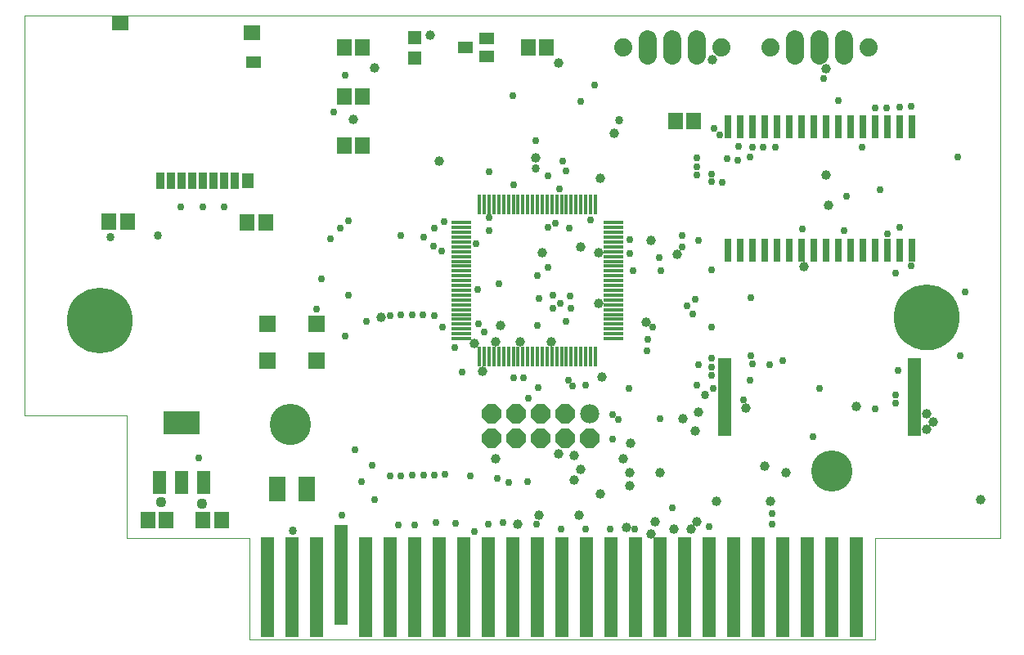
<source format=gts>
G75*
%MOIN*%
%OFA0B0*%
%FSLAX25Y25*%
%IPPOS*%
%LPD*%
%AMOC8*
5,1,8,0,0,1.08239X$1,22.5*
%
%ADD10R,0.05918X0.06706*%
%ADD11R,0.07099X0.10249*%
%ADD12R,0.05524X0.05524*%
%ADD13R,0.05524X0.02217*%
%ADD14R,0.03162X0.09461*%
%ADD15R,0.07887X0.01750*%
%ADD16R,0.01750X0.07887*%
%ADD17R,0.05600X0.09600*%
%ADD18R,0.14973X0.09461*%
%ADD19R,0.05800X0.40800*%
%ADD20C,0.00000*%
%ADD21C,0.16800*%
%ADD22C,0.26800*%
%ADD23C,0.07800*%
%ADD24OC8,0.07800*%
%ADD25C,0.07296*%
%ADD26C,0.07400*%
%ADD27R,0.06312X0.04737*%
%ADD28R,0.07099X0.06706*%
%ADD29R,0.06706X0.06115*%
%ADD30R,0.04737X0.05918*%
%ADD31R,0.03753X0.06706*%
%ADD32C,0.03378*%
%ADD33C,0.02984*%
%ADD34C,0.03969*%
%ADD35C,0.04362*%
D10*
X0052500Y0057500D03*
X0059980Y0057500D03*
X0075000Y0057500D03*
X0082480Y0057500D03*
X0092996Y0178624D03*
X0100476Y0178624D03*
X0132500Y0210000D03*
X0139980Y0210000D03*
X0139980Y0230000D03*
X0132500Y0230000D03*
X0132500Y0250000D03*
X0139980Y0250000D03*
X0207500Y0250000D03*
X0214980Y0250000D03*
X0267500Y0220000D03*
X0274980Y0220000D03*
X0044067Y0178968D03*
X0036587Y0178968D03*
D11*
X0105335Y0070000D03*
X0117146Y0070000D03*
D12*
X0161240Y0245866D03*
X0161240Y0254134D03*
D13*
X0287461Y0122264D03*
X0287461Y0120295D03*
X0287461Y0118327D03*
X0287461Y0116358D03*
X0287461Y0114390D03*
X0287461Y0112421D03*
X0287461Y0110453D03*
X0287461Y0108484D03*
X0287461Y0106516D03*
X0287461Y0104547D03*
X0287461Y0102579D03*
X0287461Y0100610D03*
X0287461Y0098642D03*
X0287461Y0096673D03*
X0287461Y0094705D03*
X0287461Y0092736D03*
X0365020Y0092736D03*
X0365020Y0094705D03*
X0365020Y0096673D03*
X0365020Y0098642D03*
X0365020Y0100610D03*
X0365020Y0102579D03*
X0365020Y0104547D03*
X0365020Y0106516D03*
X0365020Y0108484D03*
X0365020Y0110453D03*
X0365020Y0112421D03*
X0365020Y0114390D03*
X0365020Y0116358D03*
X0365020Y0118327D03*
X0365020Y0120295D03*
X0365020Y0122264D03*
D14*
X0363740Y0167303D03*
X0358740Y0167303D03*
X0353740Y0167303D03*
X0348740Y0167303D03*
X0343740Y0167303D03*
X0338740Y0167303D03*
X0333740Y0167303D03*
X0328740Y0167303D03*
X0323740Y0167303D03*
X0318740Y0167303D03*
X0313740Y0167303D03*
X0308740Y0167303D03*
X0303740Y0167303D03*
X0298740Y0167303D03*
X0293740Y0167303D03*
X0288740Y0167303D03*
X0288740Y0217697D03*
X0293740Y0217697D03*
X0298740Y0217697D03*
X0303740Y0217697D03*
X0308740Y0217697D03*
X0313740Y0217697D03*
X0318740Y0217697D03*
X0323740Y0217697D03*
X0328740Y0217697D03*
X0333740Y0217697D03*
X0338740Y0217697D03*
X0343740Y0217697D03*
X0348740Y0217697D03*
X0353740Y0217697D03*
X0358740Y0217697D03*
X0363740Y0217697D03*
D15*
X0242343Y0178622D03*
X0242343Y0176654D03*
X0242343Y0174685D03*
X0242343Y0172717D03*
X0242343Y0170748D03*
X0242343Y0168780D03*
X0242343Y0166811D03*
X0242343Y0164843D03*
X0242343Y0162874D03*
X0242343Y0160906D03*
X0242343Y0158937D03*
X0242343Y0156969D03*
X0242343Y0155000D03*
X0242343Y0153031D03*
X0242343Y0151063D03*
X0242343Y0149094D03*
X0242343Y0147126D03*
X0242343Y0145157D03*
X0242343Y0143189D03*
X0242343Y0141220D03*
X0242343Y0139252D03*
X0242343Y0137283D03*
X0242343Y0135315D03*
X0242343Y0133346D03*
X0242343Y0131378D03*
X0180138Y0131378D03*
X0180138Y0133346D03*
X0180138Y0135315D03*
X0180138Y0137283D03*
X0180138Y0139252D03*
X0180138Y0141220D03*
X0180138Y0143189D03*
X0180138Y0145157D03*
X0180138Y0147126D03*
X0180138Y0149094D03*
X0180138Y0151063D03*
X0180138Y0153031D03*
X0180138Y0155000D03*
X0180138Y0156969D03*
X0180138Y0158937D03*
X0180138Y0160906D03*
X0180138Y0162874D03*
X0180138Y0164843D03*
X0180138Y0166811D03*
X0180138Y0168780D03*
X0180138Y0170748D03*
X0180138Y0172717D03*
X0180138Y0174685D03*
X0180138Y0176654D03*
X0180138Y0178622D03*
D16*
X0187618Y0186102D03*
X0189587Y0186102D03*
X0191555Y0186102D03*
X0193524Y0186102D03*
X0195492Y0186102D03*
X0197461Y0186102D03*
X0199429Y0186102D03*
X0201398Y0186102D03*
X0203366Y0186102D03*
X0205335Y0186102D03*
X0207303Y0186102D03*
X0209272Y0186102D03*
X0211240Y0186102D03*
X0213209Y0186102D03*
X0215177Y0186102D03*
X0217146Y0186102D03*
X0219114Y0186102D03*
X0221083Y0186102D03*
X0223051Y0186102D03*
X0225020Y0186102D03*
X0226988Y0186102D03*
X0228957Y0186102D03*
X0230925Y0186102D03*
X0232894Y0186102D03*
X0234862Y0186102D03*
X0234862Y0123898D03*
X0232894Y0123898D03*
X0230925Y0123898D03*
X0228957Y0123898D03*
X0226988Y0123898D03*
X0225020Y0123898D03*
X0223051Y0123898D03*
X0221083Y0123898D03*
X0219114Y0123898D03*
X0217146Y0123898D03*
X0215177Y0123898D03*
X0213209Y0123898D03*
X0211240Y0123898D03*
X0209272Y0123898D03*
X0207303Y0123898D03*
X0205335Y0123898D03*
X0203366Y0123898D03*
X0201398Y0123898D03*
X0199429Y0123898D03*
X0197461Y0123898D03*
X0195492Y0123898D03*
X0193524Y0123898D03*
X0191555Y0123898D03*
X0189587Y0123898D03*
X0187618Y0123898D03*
D17*
X0075340Y0072800D03*
X0066240Y0072800D03*
X0057140Y0072800D03*
D18*
X0066240Y0097201D03*
D19*
X0131240Y0035000D03*
X0121240Y0030000D03*
X0111240Y0030000D03*
X0101240Y0030000D03*
X0141240Y0030000D03*
X0151240Y0030000D03*
X0161240Y0030000D03*
X0171240Y0030000D03*
X0181240Y0030000D03*
X0191240Y0030000D03*
X0201240Y0030000D03*
X0211240Y0030000D03*
X0221240Y0030000D03*
X0231240Y0030000D03*
X0241240Y0030000D03*
X0251240Y0030000D03*
X0261240Y0030000D03*
X0271240Y0030000D03*
X0281240Y0030000D03*
X0291240Y0030000D03*
X0301240Y0030000D03*
X0311240Y0030000D03*
X0321240Y0030000D03*
X0331240Y0030000D03*
X0341240Y0030000D03*
D20*
X0093740Y0050000D02*
X0043740Y0050000D01*
X0043740Y0100000D01*
X0002165Y0100000D01*
X0002165Y0263157D01*
X0399803Y0263157D01*
X0399803Y0050000D01*
X0348740Y0050000D01*
X0348740Y0008750D01*
X0093740Y0008750D01*
X0093740Y0050000D01*
X0102453Y0096398D02*
X0102455Y0096594D01*
X0102463Y0096791D01*
X0102475Y0096987D01*
X0102492Y0097182D01*
X0102513Y0097377D01*
X0102540Y0097572D01*
X0102571Y0097766D01*
X0102607Y0097959D01*
X0102647Y0098151D01*
X0102693Y0098342D01*
X0102743Y0098532D01*
X0102797Y0098720D01*
X0102857Y0098907D01*
X0102921Y0099093D01*
X0102989Y0099277D01*
X0103062Y0099459D01*
X0103139Y0099640D01*
X0103221Y0099818D01*
X0103307Y0099995D01*
X0103398Y0100169D01*
X0103492Y0100341D01*
X0103591Y0100511D01*
X0103694Y0100678D01*
X0103801Y0100843D01*
X0103912Y0101004D01*
X0104027Y0101164D01*
X0104146Y0101320D01*
X0104269Y0101473D01*
X0104395Y0101623D01*
X0104525Y0101770D01*
X0104659Y0101914D01*
X0104796Y0102055D01*
X0104937Y0102192D01*
X0105081Y0102326D01*
X0105228Y0102456D01*
X0105378Y0102582D01*
X0105531Y0102705D01*
X0105687Y0102824D01*
X0105847Y0102939D01*
X0106008Y0103050D01*
X0106173Y0103157D01*
X0106340Y0103260D01*
X0106510Y0103359D01*
X0106682Y0103453D01*
X0106856Y0103544D01*
X0107033Y0103630D01*
X0107211Y0103712D01*
X0107392Y0103789D01*
X0107574Y0103862D01*
X0107758Y0103930D01*
X0107944Y0103994D01*
X0108131Y0104054D01*
X0108319Y0104108D01*
X0108509Y0104158D01*
X0108700Y0104204D01*
X0108892Y0104244D01*
X0109085Y0104280D01*
X0109279Y0104311D01*
X0109474Y0104338D01*
X0109669Y0104359D01*
X0109864Y0104376D01*
X0110060Y0104388D01*
X0110257Y0104396D01*
X0110453Y0104398D01*
X0110649Y0104396D01*
X0110846Y0104388D01*
X0111042Y0104376D01*
X0111237Y0104359D01*
X0111432Y0104338D01*
X0111627Y0104311D01*
X0111821Y0104280D01*
X0112014Y0104244D01*
X0112206Y0104204D01*
X0112397Y0104158D01*
X0112587Y0104108D01*
X0112775Y0104054D01*
X0112962Y0103994D01*
X0113148Y0103930D01*
X0113332Y0103862D01*
X0113514Y0103789D01*
X0113695Y0103712D01*
X0113873Y0103630D01*
X0114050Y0103544D01*
X0114224Y0103453D01*
X0114396Y0103359D01*
X0114566Y0103260D01*
X0114733Y0103157D01*
X0114898Y0103050D01*
X0115059Y0102939D01*
X0115219Y0102824D01*
X0115375Y0102705D01*
X0115528Y0102582D01*
X0115678Y0102456D01*
X0115825Y0102326D01*
X0115969Y0102192D01*
X0116110Y0102055D01*
X0116247Y0101914D01*
X0116381Y0101770D01*
X0116511Y0101623D01*
X0116637Y0101473D01*
X0116760Y0101320D01*
X0116879Y0101164D01*
X0116994Y0101004D01*
X0117105Y0100843D01*
X0117212Y0100678D01*
X0117315Y0100511D01*
X0117414Y0100341D01*
X0117508Y0100169D01*
X0117599Y0099995D01*
X0117685Y0099818D01*
X0117767Y0099640D01*
X0117844Y0099459D01*
X0117917Y0099277D01*
X0117985Y0099093D01*
X0118049Y0098907D01*
X0118109Y0098720D01*
X0118163Y0098532D01*
X0118213Y0098342D01*
X0118259Y0098151D01*
X0118299Y0097959D01*
X0118335Y0097766D01*
X0118366Y0097572D01*
X0118393Y0097377D01*
X0118414Y0097182D01*
X0118431Y0096987D01*
X0118443Y0096791D01*
X0118451Y0096594D01*
X0118453Y0096398D01*
X0118451Y0096202D01*
X0118443Y0096005D01*
X0118431Y0095809D01*
X0118414Y0095614D01*
X0118393Y0095419D01*
X0118366Y0095224D01*
X0118335Y0095030D01*
X0118299Y0094837D01*
X0118259Y0094645D01*
X0118213Y0094454D01*
X0118163Y0094264D01*
X0118109Y0094076D01*
X0118049Y0093889D01*
X0117985Y0093703D01*
X0117917Y0093519D01*
X0117844Y0093337D01*
X0117767Y0093156D01*
X0117685Y0092978D01*
X0117599Y0092801D01*
X0117508Y0092627D01*
X0117414Y0092455D01*
X0117315Y0092285D01*
X0117212Y0092118D01*
X0117105Y0091953D01*
X0116994Y0091792D01*
X0116879Y0091632D01*
X0116760Y0091476D01*
X0116637Y0091323D01*
X0116511Y0091173D01*
X0116381Y0091026D01*
X0116247Y0090882D01*
X0116110Y0090741D01*
X0115969Y0090604D01*
X0115825Y0090470D01*
X0115678Y0090340D01*
X0115528Y0090214D01*
X0115375Y0090091D01*
X0115219Y0089972D01*
X0115059Y0089857D01*
X0114898Y0089746D01*
X0114733Y0089639D01*
X0114566Y0089536D01*
X0114396Y0089437D01*
X0114224Y0089343D01*
X0114050Y0089252D01*
X0113873Y0089166D01*
X0113695Y0089084D01*
X0113514Y0089007D01*
X0113332Y0088934D01*
X0113148Y0088866D01*
X0112962Y0088802D01*
X0112775Y0088742D01*
X0112587Y0088688D01*
X0112397Y0088638D01*
X0112206Y0088592D01*
X0112014Y0088552D01*
X0111821Y0088516D01*
X0111627Y0088485D01*
X0111432Y0088458D01*
X0111237Y0088437D01*
X0111042Y0088420D01*
X0110846Y0088408D01*
X0110649Y0088400D01*
X0110453Y0088398D01*
X0110257Y0088400D01*
X0110060Y0088408D01*
X0109864Y0088420D01*
X0109669Y0088437D01*
X0109474Y0088458D01*
X0109279Y0088485D01*
X0109085Y0088516D01*
X0108892Y0088552D01*
X0108700Y0088592D01*
X0108509Y0088638D01*
X0108319Y0088688D01*
X0108131Y0088742D01*
X0107944Y0088802D01*
X0107758Y0088866D01*
X0107574Y0088934D01*
X0107392Y0089007D01*
X0107211Y0089084D01*
X0107033Y0089166D01*
X0106856Y0089252D01*
X0106682Y0089343D01*
X0106510Y0089437D01*
X0106340Y0089536D01*
X0106173Y0089639D01*
X0106008Y0089746D01*
X0105847Y0089857D01*
X0105687Y0089972D01*
X0105531Y0090091D01*
X0105378Y0090214D01*
X0105228Y0090340D01*
X0105081Y0090470D01*
X0104937Y0090604D01*
X0104796Y0090741D01*
X0104659Y0090882D01*
X0104525Y0091026D01*
X0104395Y0091173D01*
X0104269Y0091323D01*
X0104146Y0091476D01*
X0104027Y0091632D01*
X0103912Y0091792D01*
X0103801Y0091953D01*
X0103694Y0092118D01*
X0103591Y0092285D01*
X0103492Y0092455D01*
X0103398Y0092627D01*
X0103307Y0092801D01*
X0103221Y0092978D01*
X0103139Y0093156D01*
X0103062Y0093337D01*
X0102989Y0093519D01*
X0102921Y0093703D01*
X0102857Y0093889D01*
X0102797Y0094076D01*
X0102743Y0094264D01*
X0102693Y0094454D01*
X0102647Y0094645D01*
X0102607Y0094837D01*
X0102571Y0095030D01*
X0102540Y0095224D01*
X0102513Y0095419D01*
X0102492Y0095614D01*
X0102475Y0095809D01*
X0102463Y0096005D01*
X0102455Y0096202D01*
X0102453Y0096398D01*
X0019819Y0138886D02*
X0019823Y0139205D01*
X0019835Y0139524D01*
X0019854Y0139842D01*
X0019882Y0140160D01*
X0019917Y0140477D01*
X0019960Y0140793D01*
X0020010Y0141109D01*
X0020069Y0141422D01*
X0020135Y0141734D01*
X0020209Y0142045D01*
X0020290Y0142353D01*
X0020379Y0142660D01*
X0020475Y0142964D01*
X0020579Y0143266D01*
X0020690Y0143565D01*
X0020809Y0143861D01*
X0020934Y0144154D01*
X0021067Y0144444D01*
X0021207Y0144731D01*
X0021354Y0145014D01*
X0021508Y0145294D01*
X0021669Y0145569D01*
X0021836Y0145841D01*
X0022010Y0146108D01*
X0022190Y0146372D01*
X0022377Y0146630D01*
X0022570Y0146884D01*
X0022770Y0147133D01*
X0022975Y0147377D01*
X0023187Y0147616D01*
X0023404Y0147850D01*
X0023627Y0148078D01*
X0023855Y0148301D01*
X0024089Y0148518D01*
X0024328Y0148730D01*
X0024572Y0148935D01*
X0024821Y0149135D01*
X0025075Y0149328D01*
X0025333Y0149515D01*
X0025597Y0149695D01*
X0025864Y0149869D01*
X0026136Y0150036D01*
X0026411Y0150197D01*
X0026691Y0150351D01*
X0026974Y0150498D01*
X0027261Y0150638D01*
X0027551Y0150771D01*
X0027844Y0150896D01*
X0028140Y0151015D01*
X0028439Y0151126D01*
X0028741Y0151230D01*
X0029045Y0151326D01*
X0029352Y0151415D01*
X0029660Y0151496D01*
X0029971Y0151570D01*
X0030283Y0151636D01*
X0030596Y0151695D01*
X0030912Y0151745D01*
X0031228Y0151788D01*
X0031545Y0151823D01*
X0031863Y0151851D01*
X0032181Y0151870D01*
X0032500Y0151882D01*
X0032819Y0151886D01*
X0033138Y0151882D01*
X0033457Y0151870D01*
X0033775Y0151851D01*
X0034093Y0151823D01*
X0034410Y0151788D01*
X0034726Y0151745D01*
X0035042Y0151695D01*
X0035355Y0151636D01*
X0035667Y0151570D01*
X0035978Y0151496D01*
X0036286Y0151415D01*
X0036593Y0151326D01*
X0036897Y0151230D01*
X0037199Y0151126D01*
X0037498Y0151015D01*
X0037794Y0150896D01*
X0038087Y0150771D01*
X0038377Y0150638D01*
X0038664Y0150498D01*
X0038947Y0150351D01*
X0039227Y0150197D01*
X0039502Y0150036D01*
X0039774Y0149869D01*
X0040041Y0149695D01*
X0040305Y0149515D01*
X0040563Y0149328D01*
X0040817Y0149135D01*
X0041066Y0148935D01*
X0041310Y0148730D01*
X0041549Y0148518D01*
X0041783Y0148301D01*
X0042011Y0148078D01*
X0042234Y0147850D01*
X0042451Y0147616D01*
X0042663Y0147377D01*
X0042868Y0147133D01*
X0043068Y0146884D01*
X0043261Y0146630D01*
X0043448Y0146372D01*
X0043628Y0146108D01*
X0043802Y0145841D01*
X0043969Y0145569D01*
X0044130Y0145294D01*
X0044284Y0145014D01*
X0044431Y0144731D01*
X0044571Y0144444D01*
X0044704Y0144154D01*
X0044829Y0143861D01*
X0044948Y0143565D01*
X0045059Y0143266D01*
X0045163Y0142964D01*
X0045259Y0142660D01*
X0045348Y0142353D01*
X0045429Y0142045D01*
X0045503Y0141734D01*
X0045569Y0141422D01*
X0045628Y0141109D01*
X0045678Y0140793D01*
X0045721Y0140477D01*
X0045756Y0140160D01*
X0045784Y0139842D01*
X0045803Y0139524D01*
X0045815Y0139205D01*
X0045819Y0138886D01*
X0045815Y0138567D01*
X0045803Y0138248D01*
X0045784Y0137930D01*
X0045756Y0137612D01*
X0045721Y0137295D01*
X0045678Y0136979D01*
X0045628Y0136663D01*
X0045569Y0136350D01*
X0045503Y0136038D01*
X0045429Y0135727D01*
X0045348Y0135419D01*
X0045259Y0135112D01*
X0045163Y0134808D01*
X0045059Y0134506D01*
X0044948Y0134207D01*
X0044829Y0133911D01*
X0044704Y0133618D01*
X0044571Y0133328D01*
X0044431Y0133041D01*
X0044284Y0132758D01*
X0044130Y0132478D01*
X0043969Y0132203D01*
X0043802Y0131931D01*
X0043628Y0131664D01*
X0043448Y0131400D01*
X0043261Y0131142D01*
X0043068Y0130888D01*
X0042868Y0130639D01*
X0042663Y0130395D01*
X0042451Y0130156D01*
X0042234Y0129922D01*
X0042011Y0129694D01*
X0041783Y0129471D01*
X0041549Y0129254D01*
X0041310Y0129042D01*
X0041066Y0128837D01*
X0040817Y0128637D01*
X0040563Y0128444D01*
X0040305Y0128257D01*
X0040041Y0128077D01*
X0039774Y0127903D01*
X0039502Y0127736D01*
X0039227Y0127575D01*
X0038947Y0127421D01*
X0038664Y0127274D01*
X0038377Y0127134D01*
X0038087Y0127001D01*
X0037794Y0126876D01*
X0037498Y0126757D01*
X0037199Y0126646D01*
X0036897Y0126542D01*
X0036593Y0126446D01*
X0036286Y0126357D01*
X0035978Y0126276D01*
X0035667Y0126202D01*
X0035355Y0126136D01*
X0035042Y0126077D01*
X0034726Y0126027D01*
X0034410Y0125984D01*
X0034093Y0125949D01*
X0033775Y0125921D01*
X0033457Y0125902D01*
X0033138Y0125890D01*
X0032819Y0125886D01*
X0032500Y0125890D01*
X0032181Y0125902D01*
X0031863Y0125921D01*
X0031545Y0125949D01*
X0031228Y0125984D01*
X0030912Y0126027D01*
X0030596Y0126077D01*
X0030283Y0126136D01*
X0029971Y0126202D01*
X0029660Y0126276D01*
X0029352Y0126357D01*
X0029045Y0126446D01*
X0028741Y0126542D01*
X0028439Y0126646D01*
X0028140Y0126757D01*
X0027844Y0126876D01*
X0027551Y0127001D01*
X0027261Y0127134D01*
X0026974Y0127274D01*
X0026691Y0127421D01*
X0026411Y0127575D01*
X0026136Y0127736D01*
X0025864Y0127903D01*
X0025597Y0128077D01*
X0025333Y0128257D01*
X0025075Y0128444D01*
X0024821Y0128637D01*
X0024572Y0128837D01*
X0024328Y0129042D01*
X0024089Y0129254D01*
X0023855Y0129471D01*
X0023627Y0129694D01*
X0023404Y0129922D01*
X0023187Y0130156D01*
X0022975Y0130395D01*
X0022770Y0130639D01*
X0022570Y0130888D01*
X0022377Y0131142D01*
X0022190Y0131400D01*
X0022010Y0131664D01*
X0021836Y0131931D01*
X0021669Y0132203D01*
X0021508Y0132478D01*
X0021354Y0132758D01*
X0021207Y0133041D01*
X0021067Y0133328D01*
X0020934Y0133618D01*
X0020809Y0133911D01*
X0020690Y0134207D01*
X0020579Y0134506D01*
X0020475Y0134808D01*
X0020379Y0135112D01*
X0020290Y0135419D01*
X0020209Y0135727D01*
X0020135Y0136038D01*
X0020069Y0136350D01*
X0020010Y0136663D01*
X0019960Y0136979D01*
X0019917Y0137295D01*
X0019882Y0137612D01*
X0019854Y0137930D01*
X0019835Y0138248D01*
X0019823Y0138567D01*
X0019819Y0138886D01*
X0323197Y0077500D02*
X0323199Y0077696D01*
X0323207Y0077893D01*
X0323219Y0078089D01*
X0323236Y0078284D01*
X0323257Y0078479D01*
X0323284Y0078674D01*
X0323315Y0078868D01*
X0323351Y0079061D01*
X0323391Y0079253D01*
X0323437Y0079444D01*
X0323487Y0079634D01*
X0323541Y0079822D01*
X0323601Y0080009D01*
X0323665Y0080195D01*
X0323733Y0080379D01*
X0323806Y0080561D01*
X0323883Y0080742D01*
X0323965Y0080920D01*
X0324051Y0081097D01*
X0324142Y0081271D01*
X0324236Y0081443D01*
X0324335Y0081613D01*
X0324438Y0081780D01*
X0324545Y0081945D01*
X0324656Y0082106D01*
X0324771Y0082266D01*
X0324890Y0082422D01*
X0325013Y0082575D01*
X0325139Y0082725D01*
X0325269Y0082872D01*
X0325403Y0083016D01*
X0325540Y0083157D01*
X0325681Y0083294D01*
X0325825Y0083428D01*
X0325972Y0083558D01*
X0326122Y0083684D01*
X0326275Y0083807D01*
X0326431Y0083926D01*
X0326591Y0084041D01*
X0326752Y0084152D01*
X0326917Y0084259D01*
X0327084Y0084362D01*
X0327254Y0084461D01*
X0327426Y0084555D01*
X0327600Y0084646D01*
X0327777Y0084732D01*
X0327955Y0084814D01*
X0328136Y0084891D01*
X0328318Y0084964D01*
X0328502Y0085032D01*
X0328688Y0085096D01*
X0328875Y0085156D01*
X0329063Y0085210D01*
X0329253Y0085260D01*
X0329444Y0085306D01*
X0329636Y0085346D01*
X0329829Y0085382D01*
X0330023Y0085413D01*
X0330218Y0085440D01*
X0330413Y0085461D01*
X0330608Y0085478D01*
X0330804Y0085490D01*
X0331001Y0085498D01*
X0331197Y0085500D01*
X0331393Y0085498D01*
X0331590Y0085490D01*
X0331786Y0085478D01*
X0331981Y0085461D01*
X0332176Y0085440D01*
X0332371Y0085413D01*
X0332565Y0085382D01*
X0332758Y0085346D01*
X0332950Y0085306D01*
X0333141Y0085260D01*
X0333331Y0085210D01*
X0333519Y0085156D01*
X0333706Y0085096D01*
X0333892Y0085032D01*
X0334076Y0084964D01*
X0334258Y0084891D01*
X0334439Y0084814D01*
X0334617Y0084732D01*
X0334794Y0084646D01*
X0334968Y0084555D01*
X0335140Y0084461D01*
X0335310Y0084362D01*
X0335477Y0084259D01*
X0335642Y0084152D01*
X0335803Y0084041D01*
X0335963Y0083926D01*
X0336119Y0083807D01*
X0336272Y0083684D01*
X0336422Y0083558D01*
X0336569Y0083428D01*
X0336713Y0083294D01*
X0336854Y0083157D01*
X0336991Y0083016D01*
X0337125Y0082872D01*
X0337255Y0082725D01*
X0337381Y0082575D01*
X0337504Y0082422D01*
X0337623Y0082266D01*
X0337738Y0082106D01*
X0337849Y0081945D01*
X0337956Y0081780D01*
X0338059Y0081613D01*
X0338158Y0081443D01*
X0338252Y0081271D01*
X0338343Y0081097D01*
X0338429Y0080920D01*
X0338511Y0080742D01*
X0338588Y0080561D01*
X0338661Y0080379D01*
X0338729Y0080195D01*
X0338793Y0080009D01*
X0338853Y0079822D01*
X0338907Y0079634D01*
X0338957Y0079444D01*
X0339003Y0079253D01*
X0339043Y0079061D01*
X0339079Y0078868D01*
X0339110Y0078674D01*
X0339137Y0078479D01*
X0339158Y0078284D01*
X0339175Y0078089D01*
X0339187Y0077893D01*
X0339195Y0077696D01*
X0339197Y0077500D01*
X0339195Y0077304D01*
X0339187Y0077107D01*
X0339175Y0076911D01*
X0339158Y0076716D01*
X0339137Y0076521D01*
X0339110Y0076326D01*
X0339079Y0076132D01*
X0339043Y0075939D01*
X0339003Y0075747D01*
X0338957Y0075556D01*
X0338907Y0075366D01*
X0338853Y0075178D01*
X0338793Y0074991D01*
X0338729Y0074805D01*
X0338661Y0074621D01*
X0338588Y0074439D01*
X0338511Y0074258D01*
X0338429Y0074080D01*
X0338343Y0073903D01*
X0338252Y0073729D01*
X0338158Y0073557D01*
X0338059Y0073387D01*
X0337956Y0073220D01*
X0337849Y0073055D01*
X0337738Y0072894D01*
X0337623Y0072734D01*
X0337504Y0072578D01*
X0337381Y0072425D01*
X0337255Y0072275D01*
X0337125Y0072128D01*
X0336991Y0071984D01*
X0336854Y0071843D01*
X0336713Y0071706D01*
X0336569Y0071572D01*
X0336422Y0071442D01*
X0336272Y0071316D01*
X0336119Y0071193D01*
X0335963Y0071074D01*
X0335803Y0070959D01*
X0335642Y0070848D01*
X0335477Y0070741D01*
X0335310Y0070638D01*
X0335140Y0070539D01*
X0334968Y0070445D01*
X0334794Y0070354D01*
X0334617Y0070268D01*
X0334439Y0070186D01*
X0334258Y0070109D01*
X0334076Y0070036D01*
X0333892Y0069968D01*
X0333706Y0069904D01*
X0333519Y0069844D01*
X0333331Y0069790D01*
X0333141Y0069740D01*
X0332950Y0069694D01*
X0332758Y0069654D01*
X0332565Y0069618D01*
X0332371Y0069587D01*
X0332176Y0069560D01*
X0331981Y0069539D01*
X0331786Y0069522D01*
X0331590Y0069510D01*
X0331393Y0069502D01*
X0331197Y0069500D01*
X0331001Y0069502D01*
X0330804Y0069510D01*
X0330608Y0069522D01*
X0330413Y0069539D01*
X0330218Y0069560D01*
X0330023Y0069587D01*
X0329829Y0069618D01*
X0329636Y0069654D01*
X0329444Y0069694D01*
X0329253Y0069740D01*
X0329063Y0069790D01*
X0328875Y0069844D01*
X0328688Y0069904D01*
X0328502Y0069968D01*
X0328318Y0070036D01*
X0328136Y0070109D01*
X0327955Y0070186D01*
X0327777Y0070268D01*
X0327600Y0070354D01*
X0327426Y0070445D01*
X0327254Y0070539D01*
X0327084Y0070638D01*
X0326917Y0070741D01*
X0326752Y0070848D01*
X0326591Y0070959D01*
X0326431Y0071074D01*
X0326275Y0071193D01*
X0326122Y0071316D01*
X0325972Y0071442D01*
X0325825Y0071572D01*
X0325681Y0071706D01*
X0325540Y0071843D01*
X0325403Y0071984D01*
X0325269Y0072128D01*
X0325139Y0072275D01*
X0325013Y0072425D01*
X0324890Y0072578D01*
X0324771Y0072734D01*
X0324656Y0072894D01*
X0324545Y0073055D01*
X0324438Y0073220D01*
X0324335Y0073387D01*
X0324236Y0073557D01*
X0324142Y0073729D01*
X0324051Y0073903D01*
X0323965Y0074080D01*
X0323883Y0074258D01*
X0323806Y0074439D01*
X0323733Y0074621D01*
X0323665Y0074805D01*
X0323601Y0074991D01*
X0323541Y0075178D01*
X0323487Y0075366D01*
X0323437Y0075556D01*
X0323391Y0075747D01*
X0323351Y0075939D01*
X0323315Y0076132D01*
X0323284Y0076326D01*
X0323257Y0076521D01*
X0323236Y0076716D01*
X0323219Y0076911D01*
X0323207Y0077107D01*
X0323199Y0077304D01*
X0323197Y0077500D01*
X0356854Y0139949D02*
X0356858Y0140268D01*
X0356870Y0140587D01*
X0356889Y0140905D01*
X0356917Y0141223D01*
X0356952Y0141540D01*
X0356995Y0141856D01*
X0357045Y0142172D01*
X0357104Y0142485D01*
X0357170Y0142797D01*
X0357244Y0143108D01*
X0357325Y0143416D01*
X0357414Y0143723D01*
X0357510Y0144027D01*
X0357614Y0144329D01*
X0357725Y0144628D01*
X0357844Y0144924D01*
X0357969Y0145217D01*
X0358102Y0145507D01*
X0358242Y0145794D01*
X0358389Y0146077D01*
X0358543Y0146357D01*
X0358704Y0146632D01*
X0358871Y0146904D01*
X0359045Y0147171D01*
X0359225Y0147435D01*
X0359412Y0147693D01*
X0359605Y0147947D01*
X0359805Y0148196D01*
X0360010Y0148440D01*
X0360222Y0148679D01*
X0360439Y0148913D01*
X0360662Y0149141D01*
X0360890Y0149364D01*
X0361124Y0149581D01*
X0361363Y0149793D01*
X0361607Y0149998D01*
X0361856Y0150198D01*
X0362110Y0150391D01*
X0362368Y0150578D01*
X0362632Y0150758D01*
X0362899Y0150932D01*
X0363171Y0151099D01*
X0363446Y0151260D01*
X0363726Y0151414D01*
X0364009Y0151561D01*
X0364296Y0151701D01*
X0364586Y0151834D01*
X0364879Y0151959D01*
X0365175Y0152078D01*
X0365474Y0152189D01*
X0365776Y0152293D01*
X0366080Y0152389D01*
X0366387Y0152478D01*
X0366695Y0152559D01*
X0367006Y0152633D01*
X0367318Y0152699D01*
X0367631Y0152758D01*
X0367947Y0152808D01*
X0368263Y0152851D01*
X0368580Y0152886D01*
X0368898Y0152914D01*
X0369216Y0152933D01*
X0369535Y0152945D01*
X0369854Y0152949D01*
X0370173Y0152945D01*
X0370492Y0152933D01*
X0370810Y0152914D01*
X0371128Y0152886D01*
X0371445Y0152851D01*
X0371761Y0152808D01*
X0372077Y0152758D01*
X0372390Y0152699D01*
X0372702Y0152633D01*
X0373013Y0152559D01*
X0373321Y0152478D01*
X0373628Y0152389D01*
X0373932Y0152293D01*
X0374234Y0152189D01*
X0374533Y0152078D01*
X0374829Y0151959D01*
X0375122Y0151834D01*
X0375412Y0151701D01*
X0375699Y0151561D01*
X0375982Y0151414D01*
X0376262Y0151260D01*
X0376537Y0151099D01*
X0376809Y0150932D01*
X0377076Y0150758D01*
X0377340Y0150578D01*
X0377598Y0150391D01*
X0377852Y0150198D01*
X0378101Y0149998D01*
X0378345Y0149793D01*
X0378584Y0149581D01*
X0378818Y0149364D01*
X0379046Y0149141D01*
X0379269Y0148913D01*
X0379486Y0148679D01*
X0379698Y0148440D01*
X0379903Y0148196D01*
X0380103Y0147947D01*
X0380296Y0147693D01*
X0380483Y0147435D01*
X0380663Y0147171D01*
X0380837Y0146904D01*
X0381004Y0146632D01*
X0381165Y0146357D01*
X0381319Y0146077D01*
X0381466Y0145794D01*
X0381606Y0145507D01*
X0381739Y0145217D01*
X0381864Y0144924D01*
X0381983Y0144628D01*
X0382094Y0144329D01*
X0382198Y0144027D01*
X0382294Y0143723D01*
X0382383Y0143416D01*
X0382464Y0143108D01*
X0382538Y0142797D01*
X0382604Y0142485D01*
X0382663Y0142172D01*
X0382713Y0141856D01*
X0382756Y0141540D01*
X0382791Y0141223D01*
X0382819Y0140905D01*
X0382838Y0140587D01*
X0382850Y0140268D01*
X0382854Y0139949D01*
X0382850Y0139630D01*
X0382838Y0139311D01*
X0382819Y0138993D01*
X0382791Y0138675D01*
X0382756Y0138358D01*
X0382713Y0138042D01*
X0382663Y0137726D01*
X0382604Y0137413D01*
X0382538Y0137101D01*
X0382464Y0136790D01*
X0382383Y0136482D01*
X0382294Y0136175D01*
X0382198Y0135871D01*
X0382094Y0135569D01*
X0381983Y0135270D01*
X0381864Y0134974D01*
X0381739Y0134681D01*
X0381606Y0134391D01*
X0381466Y0134104D01*
X0381319Y0133821D01*
X0381165Y0133541D01*
X0381004Y0133266D01*
X0380837Y0132994D01*
X0380663Y0132727D01*
X0380483Y0132463D01*
X0380296Y0132205D01*
X0380103Y0131951D01*
X0379903Y0131702D01*
X0379698Y0131458D01*
X0379486Y0131219D01*
X0379269Y0130985D01*
X0379046Y0130757D01*
X0378818Y0130534D01*
X0378584Y0130317D01*
X0378345Y0130105D01*
X0378101Y0129900D01*
X0377852Y0129700D01*
X0377598Y0129507D01*
X0377340Y0129320D01*
X0377076Y0129140D01*
X0376809Y0128966D01*
X0376537Y0128799D01*
X0376262Y0128638D01*
X0375982Y0128484D01*
X0375699Y0128337D01*
X0375412Y0128197D01*
X0375122Y0128064D01*
X0374829Y0127939D01*
X0374533Y0127820D01*
X0374234Y0127709D01*
X0373932Y0127605D01*
X0373628Y0127509D01*
X0373321Y0127420D01*
X0373013Y0127339D01*
X0372702Y0127265D01*
X0372390Y0127199D01*
X0372077Y0127140D01*
X0371761Y0127090D01*
X0371445Y0127047D01*
X0371128Y0127012D01*
X0370810Y0126984D01*
X0370492Y0126965D01*
X0370173Y0126953D01*
X0369854Y0126949D01*
X0369535Y0126953D01*
X0369216Y0126965D01*
X0368898Y0126984D01*
X0368580Y0127012D01*
X0368263Y0127047D01*
X0367947Y0127090D01*
X0367631Y0127140D01*
X0367318Y0127199D01*
X0367006Y0127265D01*
X0366695Y0127339D01*
X0366387Y0127420D01*
X0366080Y0127509D01*
X0365776Y0127605D01*
X0365474Y0127709D01*
X0365175Y0127820D01*
X0364879Y0127939D01*
X0364586Y0128064D01*
X0364296Y0128197D01*
X0364009Y0128337D01*
X0363726Y0128484D01*
X0363446Y0128638D01*
X0363171Y0128799D01*
X0362899Y0128966D01*
X0362632Y0129140D01*
X0362368Y0129320D01*
X0362110Y0129507D01*
X0361856Y0129700D01*
X0361607Y0129900D01*
X0361363Y0130105D01*
X0361124Y0130317D01*
X0360890Y0130534D01*
X0360662Y0130757D01*
X0360439Y0130985D01*
X0360222Y0131219D01*
X0360010Y0131458D01*
X0359805Y0131702D01*
X0359605Y0131951D01*
X0359412Y0132205D01*
X0359225Y0132463D01*
X0359045Y0132727D01*
X0358871Y0132994D01*
X0358704Y0133266D01*
X0358543Y0133541D01*
X0358389Y0133821D01*
X0358242Y0134104D01*
X0358102Y0134391D01*
X0357969Y0134681D01*
X0357844Y0134974D01*
X0357725Y0135270D01*
X0357614Y0135569D01*
X0357510Y0135871D01*
X0357414Y0136175D01*
X0357325Y0136482D01*
X0357244Y0136790D01*
X0357170Y0137101D01*
X0357104Y0137413D01*
X0357045Y0137726D01*
X0356995Y0138042D01*
X0356952Y0138358D01*
X0356917Y0138675D01*
X0356889Y0138993D01*
X0356870Y0139311D01*
X0356858Y0139630D01*
X0356854Y0139949D01*
D21*
X0331197Y0077500D03*
X0110453Y0096398D03*
D22*
X0032819Y0138886D03*
X0369854Y0139949D03*
D23*
X0232645Y0100572D03*
D24*
X0222645Y0100572D03*
X0212645Y0100572D03*
X0202645Y0100572D03*
X0192645Y0100572D03*
X0192645Y0090572D03*
X0202645Y0090572D03*
X0212645Y0090572D03*
X0222645Y0090572D03*
X0232645Y0090572D03*
D25*
X0256240Y0246752D02*
X0256240Y0253248D01*
X0266240Y0253248D02*
X0266240Y0246752D01*
X0276240Y0246752D02*
X0276240Y0253248D01*
X0316240Y0253248D02*
X0316240Y0246752D01*
X0326240Y0246752D02*
X0326240Y0253248D01*
X0336240Y0253248D02*
X0336240Y0246752D01*
D26*
X0346240Y0250000D03*
X0306240Y0250000D03*
X0286240Y0250000D03*
X0246240Y0250000D03*
D27*
X0190571Y0246260D03*
X0181910Y0250000D03*
X0190571Y0253740D03*
X0095544Y0244096D03*
D28*
X0101201Y0137480D03*
X0101201Y0122520D03*
X0121280Y0122520D03*
X0121280Y0137480D03*
D29*
X0094954Y0256005D03*
X0041214Y0259942D03*
D30*
X0093280Y0195867D03*
D31*
X0087966Y0195670D03*
X0083635Y0195670D03*
X0079304Y0195670D03*
X0074973Y0195670D03*
X0070643Y0195670D03*
X0066312Y0195670D03*
X0061981Y0195670D03*
X0057651Y0195670D03*
D32*
X0056496Y0173372D03*
X0037056Y0172583D03*
X0111601Y0053145D03*
X0279679Y0108504D03*
X0210505Y0200729D03*
X0244505Y0220351D03*
D33*
X0228898Y0228045D03*
X0234625Y0234627D03*
X0210498Y0211956D03*
X0221505Y0203832D03*
X0222894Y0199637D03*
X0215444Y0197725D03*
X0220190Y0192449D03*
X0233040Y0179780D03*
X0224117Y0176456D03*
X0218691Y0178525D03*
X0215454Y0176736D03*
X0215625Y0160296D03*
X0211132Y0157134D03*
X0217614Y0148916D03*
X0220480Y0145871D03*
X0217682Y0143661D03*
X0211816Y0147677D03*
X0211126Y0136715D03*
X0222872Y0138339D03*
X0224952Y0143725D03*
X0224695Y0148844D03*
X0248824Y0165924D03*
X0248824Y0171884D03*
X0261043Y0164515D03*
X0261523Y0158917D03*
X0250304Y0158917D03*
X0270205Y0168751D03*
X0270346Y0173414D03*
X0276873Y0171282D03*
X0282371Y0159303D03*
X0298229Y0148212D03*
X0282371Y0136217D03*
X0274709Y0141321D03*
X0272212Y0144734D03*
X0275541Y0147480D03*
X0258387Y0135966D03*
X0256349Y0130950D03*
X0255879Y0126242D03*
X0248510Y0111184D03*
X0241769Y0100519D03*
X0244228Y0098227D03*
X0241890Y0090466D03*
X0261337Y0098788D03*
X0276103Y0112439D03*
X0282371Y0116401D03*
X0282844Y0110996D03*
X0282371Y0119813D03*
X0282371Y0123226D03*
X0276783Y0120666D03*
X0298160Y0124370D03*
X0298761Y0120899D03*
X0305973Y0120762D03*
X0311232Y0122416D03*
X0297864Y0114450D03*
X0295305Y0106480D03*
X0326269Y0111194D03*
X0348741Y0102753D03*
X0357359Y0104976D03*
X0357209Y0108361D03*
X0358202Y0118288D03*
X0383547Y0124306D03*
X0385425Y0150247D03*
X0363669Y0161053D03*
X0357342Y0157920D03*
X0353870Y0174186D03*
X0358732Y0176839D03*
X0350769Y0191922D03*
X0337121Y0189425D03*
X0336289Y0175443D03*
X0319313Y0176109D03*
X0286584Y0195052D03*
X0282078Y0195303D03*
X0282371Y0198233D03*
X0276246Y0198018D03*
X0276246Y0201506D03*
X0276246Y0204890D03*
X0288684Y0204772D03*
X0292830Y0204061D03*
X0297805Y0205246D03*
X0298732Y0209388D03*
X0303136Y0209511D03*
X0308348Y0209511D03*
X0293192Y0209580D03*
X0285467Y0214397D03*
X0283218Y0216935D03*
X0327964Y0237430D03*
X0333959Y0228540D03*
X0348938Y0225544D03*
X0353598Y0225544D03*
X0358924Y0225877D03*
X0363706Y0226042D03*
X0343612Y0209232D03*
X0382433Y0205253D03*
X0230726Y0112261D03*
X0225547Y0112100D03*
X0223850Y0114399D03*
X0211492Y0111496D03*
X0207503Y0107053D03*
X0205511Y0115320D03*
X0201551Y0115459D03*
X0180603Y0117576D03*
X0177430Y0127748D03*
X0172655Y0135969D03*
X0169216Y0140797D03*
X0164632Y0140940D03*
X0160238Y0140940D03*
X0155653Y0140940D03*
X0151260Y0140749D03*
X0141396Y0138325D03*
X0132921Y0132528D03*
X0121078Y0143426D03*
X0134067Y0149162D03*
X0123339Y0155641D03*
X0126965Y0172115D03*
X0130794Y0176395D03*
X0134284Y0179323D03*
X0155445Y0173379D03*
X0164913Y0172678D03*
X0168854Y0169102D03*
X0172232Y0166935D03*
X0169304Y0176507D03*
X0173133Y0179097D03*
X0186074Y0170042D03*
X0191684Y0175278D03*
X0191497Y0180701D03*
X0201509Y0194075D03*
X0191653Y0199358D03*
X0201171Y0230336D03*
X0132730Y0238833D03*
X0128316Y0223579D03*
X0083651Y0185030D03*
X0074942Y0185178D03*
X0066047Y0185066D03*
X0186999Y0151308D03*
X0195487Y0153805D03*
X0187364Y0137308D03*
X0189721Y0134057D03*
X0136877Y0086199D03*
X0143760Y0079833D03*
X0151069Y0075360D03*
X0155653Y0075551D03*
X0160238Y0075742D03*
X0164823Y0075742D03*
X0169216Y0075742D03*
X0173419Y0075934D03*
X0183734Y0075360D03*
X0195026Y0074489D03*
X0199398Y0072875D03*
X0207230Y0073066D03*
X0211051Y0055858D03*
X0220984Y0053564D03*
X0230917Y0053755D03*
X0241042Y0053755D03*
X0250975Y0053564D03*
X0266069Y0062344D03*
X0281200Y0054602D03*
X0306837Y0055762D03*
X0306998Y0059952D03*
X0323605Y0091422D03*
X0197297Y0056241D03*
X0191184Y0055858D03*
X0185487Y0052640D03*
X0177812Y0056049D03*
X0169789Y0056241D03*
X0161193Y0055476D03*
X0154698Y0055476D03*
X0144891Y0065587D03*
X0139399Y0072911D03*
X0131393Y0059300D03*
X0073374Y0082821D03*
D34*
X0147490Y0140000D03*
X0185615Y0129375D03*
X0194365Y0130000D03*
X0204365Y0130000D03*
X0196240Y0136875D03*
X0216865Y0130000D03*
X0237490Y0115625D03*
X0255615Y0138125D03*
X0236240Y0145625D03*
X0236240Y0166250D03*
X0228740Y0168750D03*
X0213115Y0166250D03*
X0236865Y0196875D03*
X0242490Y0215000D03*
X0210615Y0205000D03*
X0171240Y0203750D03*
X0136240Y0220625D03*
X0144990Y0241875D03*
X0167490Y0255000D03*
X0219990Y0243750D03*
X0282490Y0245000D03*
X0328740Y0241250D03*
X0328740Y0198125D03*
X0329990Y0185625D03*
X0319990Y0160625D03*
X0268115Y0165625D03*
X0257490Y0171250D03*
X0188740Y0118125D03*
X0194365Y0082500D03*
X0219990Y0084375D03*
X0226240Y0083750D03*
X0228740Y0078125D03*
X0226240Y0073750D03*
X0236865Y0068125D03*
X0248740Y0071250D03*
X0248740Y0076875D03*
X0246240Y0082500D03*
X0249365Y0088750D03*
X0261240Y0076875D03*
X0275615Y0093750D03*
X0270615Y0098750D03*
X0276865Y0101250D03*
X0296240Y0103125D03*
X0303740Y0079375D03*
X0312490Y0076875D03*
X0306240Y0065000D03*
X0284365Y0065000D03*
X0276240Y0056875D03*
X0273740Y0053750D03*
X0266865Y0053750D03*
X0259365Y0056875D03*
X0257490Y0051875D03*
X0247490Y0054375D03*
X0228115Y0059375D03*
X0211865Y0059375D03*
X0203115Y0055625D03*
X0341240Y0103750D03*
X0369990Y0100625D03*
X0372490Y0097500D03*
X0369990Y0094375D03*
X0391865Y0065625D03*
D35*
X0074665Y0064019D03*
X0057987Y0064710D03*
M02*

</source>
